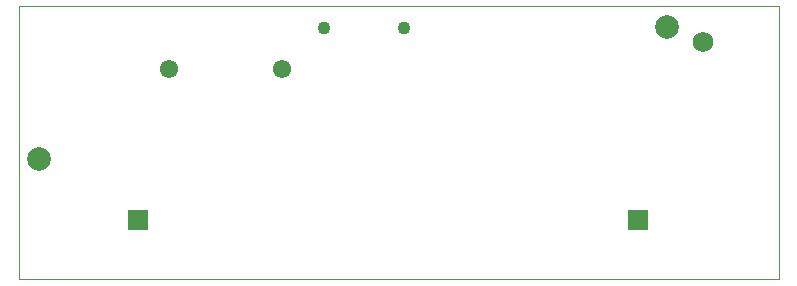
<source format=gbs>
G04*
G04 #@! TF.GenerationSoftware,Altium Limited,Altium Designer,19.0.15 (446)*
G04*
G04 Layer_Color=16711935*
%FSLAX24Y24*%
%MOIN*%
G70*
G01*
G75*
%ADD16C,0.0005*%
%ADD49C,0.0787*%
%ADD55C,0.0610*%
%ADD56C,0.0434*%
%ADD57R,0.0680X0.0680*%
%ADD58C,0.0680*%
D16*
X25315Y0D02*
Y9094D01*
X0Y0D02*
Y9094D01*
X25315D01*
X0Y0D02*
X25315D01*
D49*
X670Y4010D02*
D03*
X21610Y8400D02*
D03*
D55*
X8779Y7016D02*
D03*
X5000D02*
D03*
D56*
X10163Y8360D02*
D03*
X12840D02*
D03*
D57*
X3964Y1970D02*
D03*
X20619D02*
D03*
D58*
X22782Y7913D02*
D03*
M02*

</source>
